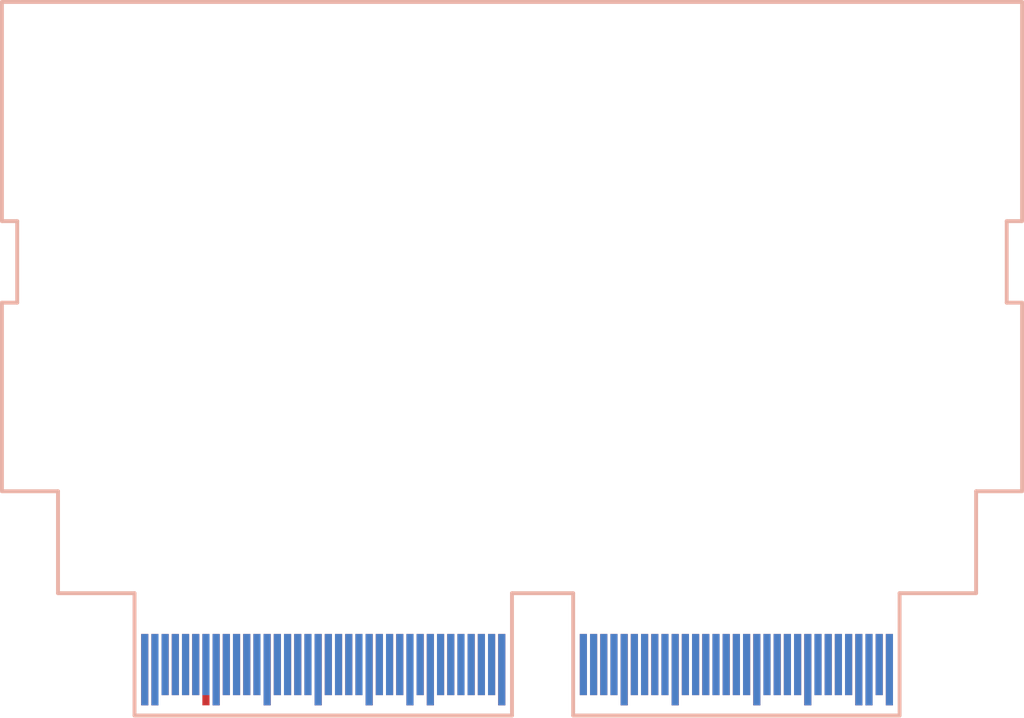
<source format=kicad_pcb>
(kicad_pcb (version 4) (host pcbnew "(after 2015-mar-04 BZR unknown)-product")

  (general
    (links 31)
    (no_connects 15)
    (area 25.593039 102.059739 127.048261 176.02454)
    (thickness 1.6002)
    (drawings 24)
    (tracks 0)
    (zones 0)
    (modules 1)
    (nets 42)
  )

  (page A4)
  (title_block
    (title "Sega Saturn USB Cartridge")
    (date "9 jun 2012")
    (rev 3)
    (company "Anders Montonen")
    (comment 1 www.iki.fi/Anders.Montonen/sega/usbcart/)
    (comment 2 "Distributed under the CC-BY-SA license")
    (comment 3 http://creativecommons.org/licenses/by-sa/3.0/)
  )

  (layers
    (0 Front signal)
    (31 Back signal)
    (32 B.Adhes user)
    (33 F.Adhes user)
    (34 B.Paste user)
    (35 F.Paste user)
    (36 B.SilkS user)
    (37 F.SilkS user)
    (38 B.Mask user)
    (39 F.Mask user)
    (40 Dwgs.User user)
    (41 Cmts.User user)
    (42 Eco1.User user)
    (43 Eco2.User user)
    (44 Edge.Cuts user)
  )

  (setup
    (last_trace_width 0.2032)
    (user_trace_width 0.4064)
    (user_trace_width 0.635)
    (user_trace_width 0.889)
    (trace_clearance 0.254)
    (zone_clearance 0.508)
    (zone_45_only no)
    (trace_min 0.2032)
    (segment_width 0.381)
    (edge_width 0.381)
    (via_size 0.889)
    (via_drill 0.381)
    (via_min_size 0.889)
    (via_min_drill 0.381)
    (uvia_size 0.508)
    (uvia_drill 0.127)
    (uvias_allowed no)
    (uvia_min_size 0.508)
    (uvia_min_drill 0.127)
    (pcb_text_width 0.3048)
    (pcb_text_size 1.524 2.032)
    (mod_edge_width 0.381)
    (mod_text_size 1.524 1.524)
    (mod_text_width 0.3048)
    (pad_size 0.71882 8.001)
    (pad_drill 0)
    (pad_to_mask_clearance 0.254)
    (aux_axis_origin 26.85796 172.2501)
    (grid_origin 26.85796 172.2501)
    (visible_elements 7FFFFFFF)
    (pcbplotparams
      (layerselection 0x00030_80000001)
      (usegerberextensions true)
      (excludeedgelayer true)
      (linewidth 0.150000)
      (plotframeref false)
      (viasonmask false)
      (mode 1)
      (useauxorigin false)
      (hpglpennumber 1)
      (hpglpenspeed 20)
      (hpglpendiameter 15)
      (hpglpenoverlay 0)
      (psnegative false)
      (psa4output false)
      (plotreference true)
      (plotvalue true)
      (plotinvisibletext false)
      (padsonsilk false)
      (subtractmaskfromsilk false)
      (outputformat 1)
      (mirror false)
      (drillshape 1)
      (scaleselection 1)
      (outputdirectory output/))
  )

  (net 0 "")
  (net 1 /A0)
  (net 2 /A1)
  (net 3 /A10)
  (net 4 /A11)
  (net 5 /A12)
  (net 6 /A13)
  (net 7 /A14)
  (net 8 /A15)
  (net 9 /A16)
  (net 10 /A2)
  (net 11 /A3)
  (net 12 /A4)
  (net 13 /A5)
  (net 14 /A6)
  (net 15 /A7)
  (net 16 /A8)
  (net 17 /A9)
  (net 18 /D0)
  (net 19 /D1)
  (net 20 /D10)
  (net 21 /D11)
  (net 22 /D12)
  (net 23 /D13)
  (net 24 /D14)
  (net 25 /D15)
  (net 26 /D2)
  (net 27 /D3)
  (net 28 /D4)
  (net 29 /D5)
  (net 30 /D6)
  (net 31 /D7)
  (net 32 /D8)
  (net 33 /D9)
  (net 34 AA18)
  (net 35 AA19)
  (net 36 AA20)
  (net 37 ACS0)
  (net 38 ARD)
  (net 39 AWR0)
  (net 40 GND)
  (net 41 VCC)

  (net_class Default "This is the default net class."
    (clearance 0.254)
    (trace_width 0.2032)
    (via_dia 0.889)
    (via_drill 0.381)
    (uvia_dia 0.508)
    (uvia_drill 0.127)
    (add_net /A0)
    (add_net /A1)
    (add_net /A10)
    (add_net /A11)
    (add_net /A12)
    (add_net /A13)
    (add_net /A14)
    (add_net /A15)
    (add_net /A16)
    (add_net /A2)
    (add_net /A3)
    (add_net /A4)
    (add_net /A5)
    (add_net /A6)
    (add_net /A7)
    (add_net /A8)
    (add_net /A9)
    (add_net /D0)
    (add_net /D1)
    (add_net /D10)
    (add_net /D11)
    (add_net /D12)
    (add_net /D13)
    (add_net /D14)
    (add_net /D15)
    (add_net /D2)
    (add_net /D3)
    (add_net /D4)
    (add_net /D5)
    (add_net /D6)
    (add_net /D7)
    (add_net /D8)
    (add_net /D9)
    (add_net AA18)
    (add_net AA19)
    (add_net AA20)
    (add_net ACS0)
    (add_net ARD)
    (add_net AWR0)
    (add_net GND)
    (add_net VCC)
  )

  (module libraries:CARTRIDGE_EDGE_CONNECTOR2 (layer Front) (tedit 5530BD77) (tstamp 4F77758C)
    (at 39.85514 172.2501)
    (path /4F6D37CD)
    (fp_text reference CN1 (at 17.55902 2.30124) (layer F.SilkS) hide
      (effects (font (thickness 0.3048)))
    )
    (fp_text value CARTRIDGE_EDGE_CONNECTOR (at 3.429 -10.2997) (layer F.SilkS) hide
      (effects (font (thickness 0.3048)))
    )
    (pad B1 smd rect (at 1.00076 -4.50088) (size 0.70104 7.00024) (layers Front F.Paste F.Mask)
      (net 41 VCC))
    (pad B2 smd rect (at 1.99898 -4.50088) (size 0.70104 7.00024) (layers Front F.Paste F.Mask)
      (net 41 VCC))
    (pad B3 smd rect (at 3 -5) (size 0.70104 5.99948) (layers Front F.Paste F.Mask))
    (pad B4 smd rect (at 4.0005 -5.00088) (size 0.70104 5.99948) (layers Front F.Paste F.Mask))
    (pad B5 smd rect (at 5.00126 -5.00088) (size 0.70104 5.99948) (layers Front F.Paste F.Mask))
    (pad B6 smd rect (at 5.99948 -5.00088) (size 0.70104 5.99948) (layers Front F.Paste F.Mask))
    (pad B7 smd rect (at 7 -4.5) (size 0.70104 7.00024) (layers Front F.Paste F.Mask)
      (net 40 GND))
    (pad B8 smd rect (at 8.001 -4.50088) (size 0.70104 7.00024) (layers Front F.Paste F.Mask)
      (net 40 GND))
    (pad B9 smd rect (at 8.99922 -5.00088) (size 0.70104 5.99948) (layers Front F.Paste F.Mask))
    (pad B10 smd rect (at 9.99998 -5.00088) (size 0.70104 5.99948) (layers Front F.Paste F.Mask))
    (pad B11 smd rect (at 11.00074 -5.00088) (size 0.70104 5.99948) (layers Front F.Paste F.Mask))
    (pad B12 smd rect (at 11.99896 -5.00088) (size 0.70104 5.99948) (layers Front F.Paste F.Mask))
    (pad B13 smd rect (at 12.99972 -4.50088) (size 0.70104 7.00024) (layers Front F.Paste F.Mask)
      (net 40 GND))
    (pad B14 smd rect (at 14.00048 -5.00088) (size 0.70104 5.99948) (layers Front F.Paste F.Mask))
    (pad B15 smd rect (at 15.00124 -5.00088) (size 0.70104 5.99948) (layers Front F.Paste F.Mask))
    (pad B16 smd rect (at 15.99946 -5.00088) (size 0.70104 5.99948) (layers Front F.Paste F.Mask))
    (pad B17 smd rect (at 17.00022 -5.00088) (size 0.70104 5.99948) (layers Front F.Paste F.Mask))
    (pad B18 smd rect (at 18.00098 -4.50088) (size 0.70104 7.00024) (layers Front F.Paste F.Mask)
      (net 40 GND))
    (pad B19 smd rect (at 18.9992 -5.00088) (size 0.70104 5.99948) (layers Front F.Paste F.Mask))
    (pad B20 smd rect (at 19.99996 -5.00088) (size 0.70104 5.99948) (layers Front F.Paste F.Mask))
    (pad B21 smd rect (at 21.00072 -5.00088) (size 0.70104 5.99948) (layers Front F.Paste F.Mask))
    (pad B22 smd rect (at 21.99894 -5.00088) (size 0.70104 5.99948) (layers Front F.Paste F.Mask))
    (pad B23 smd rect (at 22.9997 -4.50088) (size 0.70104 7.00024) (layers Front F.Paste F.Mask)
      (net 40 GND))
    (pad B24 smd rect (at 24.00046 -5.00088) (size 0.70104 5.99948) (layers Front F.Paste F.Mask))
    (pad B25 smd rect (at 25.00122 -5.00088) (size 0.70104 5.99948) (layers Front F.Paste F.Mask))
    (pad B26 smd rect (at 25.99944 -5.00088) (size 0.70104 5.99948) (layers Front F.Paste F.Mask))
    (pad B27 smd rect (at 27.0002 -4.50088) (size 0.70104 7.00024) (layers Front F.Paste F.Mask)
      (net 41 VCC))
    (pad B28 smd rect (at 28.00096 -5.00088) (size 0.70104 5.99948) (layers Front F.Paste F.Mask))
    (pad B29 smd rect (at 28.99918 -4.50088) (size 0.70104 7.00024) (layers Front F.Paste F.Mask)
      (net 40 GND))
    (pad B30 smd rect (at 29.99994 -5.00088) (size 0.70104 5.99948) (layers Front F.Paste F.Mask))
    (pad B31 smd rect (at 31.0007 -5.00088) (size 0.70104 5.99948) (layers Front F.Paste F.Mask))
    (pad B32 smd rect (at 31.99892 -5.00088) (size 0.70104 5.99948) (layers Front F.Paste F.Mask))
    (pad B33 smd rect (at 32.99968 -5.00088) (size 0.70104 5.99948) (layers Front F.Paste F.Mask)
      (net 35 AA19))
    (pad B34 smd rect (at 34.00044 -5.00088) (size 0.70104 5.99948) (layers Front F.Paste F.Mask))
    (pad B35 smd rect (at 35.0012 -5.00088) (size 0.70104 5.99948) (layers Front F.Paste F.Mask)
      (net 8 /A15))
    (pad B36 smd rect (at 35.99942 -4.50088) (size 0.70104 7.00024) (layers Front F.Paste F.Mask)
      (net 40 GND))
    (pad A1 smd rect (at 1.00076 -4.50088) (size 0.70104 7.00024) (layers Back F.Paste F.Mask)
      (net 41 VCC))
    (pad A2 smd rect (at 1.99898 -4.50088) (size 0.70104 7.00024) (layers Back F.Paste F.Mask)
      (net 41 VCC))
    (pad A3 smd rect (at 3 -5) (size 0.70104 5.99948) (layers Back F.Paste F.Mask))
    (pad A4 smd rect (at 4 -5) (size 0.70104 5.99948) (layers Back F.Paste F.Mask))
    (pad A5 smd rect (at 5.00126 -5.00088) (size 0.70104 5.99948) (layers Back F.Paste F.Mask))
    (pad A6 smd rect (at 5.99948 -5.00088) (size 0.70104 5.99948) (layers Back F.Paste F.Mask))
    (pad A7 smd rect (at 7.00024 -5.00088) (size 0.70104 5.99948) (layers Back F.Paste F.Mask))
    (pad A8 smd rect (at 8.001 -4.50088) (size 0.70104 7.00024) (layers Back F.Paste F.Mask)
      (net 40 GND))
    (pad A9 smd rect (at 8.99922 -5.00088) (size 0.70104 5.99948) (layers Back F.Paste F.Mask))
    (pad A10 smd rect (at 9.99998 -5.00088) (size 0.70104 5.99948) (layers Back F.Paste F.Mask))
    (pad A11 smd rect (at 11.00074 -5.00088) (size 0.70104 5.99948) (layers Back F.Paste F.Mask))
    (pad A12 smd rect (at 11.99896 -5.00088) (size 0.70104 5.99948) (layers Back F.Paste F.Mask))
    (pad A13 smd rect (at 12.99972 -4.50088) (size 0.70104 7.00024) (layers Back F.Paste F.Mask)
      (net 40 GND))
    (pad A14 smd rect (at 14.00048 -5.00088) (size 0.70104 5.99948) (layers Back F.Paste F.Mask))
    (pad A15 smd rect (at 15.00124 -5.00088) (size 0.70104 5.99948) (layers Back F.Paste F.Mask))
    (pad A16 smd rect (at 15.99946 -5.00088) (size 0.70104 5.99948) (layers Back F.Paste F.Mask))
    (pad A17 smd rect (at 17.00022 -5.00088) (size 0.70104 5.99948) (layers Back F.Paste F.Mask))
    (pad A18 smd rect (at 18.00098 -4.50088) (size 0.70104 7.00024) (layers Back F.Paste F.Mask)
      (net 40 GND))
    (pad A19 smd rect (at 18.9992 -5.00088) (size 0.70104 5.99948) (layers Back F.Paste F.Mask))
    (pad A20 smd rect (at 19.99996 -5.00088) (size 0.70104 5.99948) (layers Back F.Paste F.Mask))
    (pad A21 smd rect (at 21.00072 -5.00088) (size 0.70104 5.99948) (layers Back F.Paste F.Mask))
    (pad A22 smd rect (at 21.99894 -5.00088) (size 0.70104 5.99948) (layers Back F.Paste F.Mask))
    (pad A23 smd rect (at 22.9997 -4.50088) (size 0.70104 7.00024) (layers Back F.Paste F.Mask)
      (net 40 GND))
    (pad A24 smd rect (at 24.00046 -5.00088) (size 0.70104 5.99948) (layers Back F.Paste F.Mask))
    (pad A25 smd rect (at 25.00122 -5.00088) (size 0.70104 5.99948) (layers Back F.Paste F.Mask))
    (pad A26 smd rect (at 25.99944 -5.00088) (size 0.70104 5.99948) (layers Back F.Paste F.Mask))
    (pad A27 smd rect (at 27.0002 -4.50088) (size 0.70104 7.00024) (layers Back F.Paste F.Mask)
      (net 41 VCC))
    (pad A28 smd rect (at 28.00096 -5.00088) (size 0.70104 5.99948) (layers Back F.Paste F.Mask))
    (pad A29 smd rect (at 28.99918 -4.50088) (size 0.70104 7.00024) (layers Back F.Paste F.Mask)
      (net 40 GND))
    (pad A30 smd rect (at 29.99994 -5.00088) (size 0.70104 5.99948) (layers Back F.Paste F.Mask))
    (pad A31 smd rect (at 31.0007 -5.00088) (size 0.70104 5.99948) (layers Back F.Paste F.Mask))
    (pad A32 smd rect (at 31.99892 -5.00088) (size 0.70104 5.99948) (layers Back F.Paste F.Mask))
    (pad A33 smd rect (at 32.99968 -5.00088) (size 0.70104 5.99948) (layers Back F.Paste F.Mask)
      (net 36 AA20))
    (pad A34 smd rect (at 34.00044 -5.00088) (size 0.70104 5.99948) (layers Back F.Paste F.Mask)
      (net 34 AA18))
    (pad A35 smd rect (at 35.0012 -5.00088) (size 0.70104 5.99948) (layers Back F.Paste F.Mask)
      (net 9 /A16))
    (pad A36 smd rect (at 35.99942 -4.50088) (size 0.70104 7.00024) (layers Back F.Paste F.Mask)
      (net 40 GND))
    (pad A37 smd rect (at 44.00042 -5.00088) (size 0.70104 5.99948) (layers Back F.Paste F.Mask)
      (net 7 /A14))
    (pad A38 smd rect (at 45.00118 -5.00088) (size 0.70104 5.99948) (layers Back F.Paste F.Mask)
      (net 4 /A11))
    (pad A39 smd rect (at 45.9994 -5.00088) (size 0.70104 5.99948) (layers Back F.Paste F.Mask)
      (net 5 /A12))
    (pad A40 smd rect (at 47.00016 -5.00088) (size 0.70104 5.99948) (layers Back F.Paste F.Mask)
      (net 15 /A7))
    (pad A41 smd rect (at 48.00092 -4.50088) (size 0.70104 7.00024) (layers Back F.Paste F.Mask)
      (net 40 GND))
    (pad A42 smd rect (at 48.99914 -5.00088) (size 0.70104 5.99948) (layers Back F.Paste F.Mask)
      (net 16 /A8))
    (pad A43 smd rect (at 49.9999 -5.00088) (size 0.70104 5.99948) (layers Back F.Paste F.Mask)
      (net 3 /A10))
    (pad A44 smd rect (at 51.00066 -5.00088) (size 0.70104 5.99948) (layers Back F.Paste F.Mask)
      (net 17 /A9))
    (pad A45 smd rect (at 51.99888 -5.00088) (size 0.70104 5.99948) (layers Back F.Paste F.Mask)
      (net 1 /A0))
    (pad A46 smd rect (at 52.99964 -4.50088) (size 0.70104 7.00024) (layers Back F.Paste F.Mask)
      (net 40 GND))
    (pad A47 smd rect (at 54.0004 -5.00088) (size 0.70104 5.99948) (layers Back F.Paste F.Mask)
      (net 37 ACS0))
    (pad A48 smd rect (at 55.00116 -5.00088) (size 0.70104 5.99948) (layers Back F.Paste F.Mask))
    (pad A49 smd rect (at 55.99938 -5.00088) (size 0.70104 5.99948) (layers Back F.Paste F.Mask)
      (net 39 AWR0))
    (pad A50 smd rect (at 57.00014 -5.00088) (size 0.70104 5.99948) (layers Back F.Paste F.Mask))
    (pad A51 smd rect (at 58.0009 -5.00088) (size 0.70104 5.99948) (layers Back F.Paste F.Mask))
    (pad A52 smd rect (at 58.99912 -5.00088) (size 0.70104 5.99948) (layers Back F.Paste F.Mask))
    (pad A53 smd rect (at 59.99988 -5.00088) (size 0.70104 5.99948) (layers Back F.Paste F.Mask))
    (pad A54 smd rect (at 61.00064 -4.50088) (size 0.70104 7.00024) (layers Back F.Paste F.Mask)
      (net 40 GND))
    (pad A55 smd rect (at 61.99886 -5.00088) (size 0.70104 5.99948) (layers Back F.Paste F.Mask)
      (net 18 /D0))
    (pad A56 smd rect (at 62.99962 -5.00088) (size 0.70104 5.99948) (layers Back F.Paste F.Mask)
      (net 19 /D1))
    (pad A57 smd rect (at 64.00038 -5.00088) (size 0.70104 5.99948) (layers Back F.Paste F.Mask)
      (net 26 /D2))
    (pad A58 smd rect (at 65.00114 -5.00088) (size 0.70104 5.99948) (layers Back F.Paste F.Mask)
      (net 27 /D3))
    (pad A59 smd rect (at 65.99936 -4.50088) (size 0.70104 7.00024) (layers Back F.Paste F.Mask)
      (net 40 GND))
    (pad A60 smd rect (at 67.00012 -5.00088) (size 0.70104 5.99948) (layers Back F.Paste F.Mask)
      (net 32 /D8))
    (pad A61 smd rect (at 68.00088 -5.00088) (size 0.70104 5.99948) (layers Back F.Paste F.Mask)
      (net 33 /D9))
    (pad A62 smd rect (at 68.9991 -5.00088) (size 0.70104 5.99948) (layers Back F.Paste F.Mask)
      (net 20 /D10))
    (pad A63 smd rect (at 69.99986 -5.00088) (size 0.70104 5.99948) (layers Back F.Paste F.Mask)
      (net 21 /D11))
    (pad A64 smd rect (at 71.00062 -4.50088) (size 0.70104 7.00024) (layers Back F.Paste F.Mask)
      (net 40 GND))
    (pad A65 smd rect (at 71.99884 -4.50088) (size 0.70104 7.00024) (layers Back F.Paste F.Mask)
      (net 40 GND))
    (pad A66 smd rect (at 72.9996 -5.00088) (size 0.70104 5.99948) (layers Back F.Paste F.Mask))
    (pad A67 smd rect (at 74.00036 -4.50088) (size 0.70104 7.00024) (layers Back F.Paste F.Mask)
      (net 41 VCC))
    (pad B37 smd rect (at 44.00042 -5.00088) (size 0.70104 5.99948) (layers Front F.Paste F.Mask)
      (net 6 /A13))
    (pad B38 smd rect (at 45.00118 -5.00088) (size 0.70104 5.99948) (layers Front F.Paste F.Mask)
      (net 14 /A6))
    (pad B39 smd rect (at 45.9994 -5.00088) (size 0.70104 5.99948) (layers Front F.Paste F.Mask)
      (net 13 /A5))
    (pad B40 smd rect (at 47.00016 -5.00088) (size 0.70104 5.99948) (layers Front F.Paste F.Mask)
      (net 12 /A4))
    (pad B41 smd rect (at 48.00092 -4.50088) (size 0.70104 7.00024) (layers Front F.Paste F.Mask)
      (net 40 GND))
    (pad B42 smd rect (at 48.99914 -5.00088) (size 0.70104 5.99948) (layers Front F.Paste F.Mask)
      (net 11 /A3))
    (pad B43 smd rect (at 49.9999 -5.00088) (size 0.70104 5.99948) (layers Front F.Paste F.Mask)
      (net 10 /A2))
    (pad B44 smd rect (at 51.00066 -5.00088) (size 0.70104 5.99948) (layers Front F.Paste F.Mask)
      (net 2 /A1))
    (pad B45 smd rect (at 51.99888 -5.00088) (size 0.70104 5.99948) (layers Front F.Paste F.Mask))
    (pad B46 smd rect (at 52.99964 -4.50088) (size 0.70104 7.00024) (layers Front F.Paste F.Mask)
      (net 40 GND))
    (pad B47 smd rect (at 54.0004 -5.00088) (size 0.70104 5.99948) (layers Front F.Paste F.Mask)
      (net 38 ARD))
    (pad B48 smd rect (at 55.00116 -5.00088) (size 0.70104 5.99948) (layers Front F.Paste F.Mask))
    (pad B49 smd rect (at 55.99938 -5.00088) (size 0.70104 5.99948) (layers Front F.Paste F.Mask))
    (pad B50 smd rect (at 57.00014 -5.00088) (size 0.70104 5.99948) (layers Front F.Paste F.Mask))
    (pad B51 smd rect (at 58.0009 -5.00088) (size 0.70104 5.99948) (layers Front F.Paste F.Mask))
    (pad B52 smd rect (at 58.99912 -5.00088) (size 0.70104 5.99948) (layers Front F.Paste F.Mask))
    (pad B53 smd rect (at 59.99988 -5.00088) (size 0.70104 5.99948) (layers Front F.Paste F.Mask))
    (pad B54 smd rect (at 61.00064 -4.50088) (size 0.70104 7.00024) (layers Front F.Paste F.Mask)
      (net 40 GND))
    (pad B55 smd rect (at 61.99886 -5.00088) (size 0.70104 5.99948) (layers Front F.Paste F.Mask)
      (net 31 /D7))
    (pad B56 smd rect (at 62.99962 -5.00088) (size 0.70104 5.99948) (layers Front F.Paste F.Mask)
      (net 30 /D6))
    (pad B57 smd rect (at 64.00038 -5.00088) (size 0.70104 5.99948) (layers Front F.Paste F.Mask)
      (net 29 /D5))
    (pad B58 smd rect (at 65.00114 -5.00088) (size 0.70104 5.99948) (layers Front F.Paste F.Mask)
      (net 28 /D4))
    (pad B59 smd rect (at 65.99936 -4.50088) (size 0.70104 7.00024) (layers Front F.Paste F.Mask)
      (net 40 GND))
    (pad B60 smd rect (at 67.00012 -5.00088) (size 0.70104 5.99948) (layers Front F.Paste F.Mask)
      (net 25 /D15))
    (pad B61 smd rect (at 68.00088 -5.00088) (size 0.70104 5.99948) (layers Front F.Paste F.Mask)
      (net 24 /D14))
    (pad B62 smd rect (at 68.9991 -5.00088) (size 0.70104 5.99948) (layers Front F.Paste F.Mask)
      (net 23 /D13))
    (pad B63 smd rect (at 69.99986 -5.00088) (size 0.70104 5.99948) (layers Front F.Paste F.Mask)
      (net 22 /D12))
    (pad B64 smd rect (at 71.00062 -4.50088) (size 0.70104 7.00024) (layers Front F.Paste F.Mask)
      (net 40 GND))
    (pad B65 smd rect (at 71.99884 -4.50088) (size 0.70104 7.00024) (layers Front F.Paste F.Mask)
      (net 40 GND))
    (pad B66 smd rect (at 72.9996 -5.00088) (size 0.70104 5.99948) (layers Front F.Paste F.Mask))
    (pad B67 smd rect (at 74.00036 -4.50088) (size 0.70104 7.00024) (layers Front F.Paste F.Mask)
      (net 41 VCC))
  )

  (gr_line (start 126.85776 123.75134) (end 125.35662 123.75134) (angle 90) (layer B.SilkS) (width 0.381))
  (gr_line (start 126.85776 102.25024) (end 126.85776 123.75134) (angle 90) (layer B.SilkS) (width 0.381))
  (gr_line (start 26.85796 102.25024) (end 126.85776 102.25024) (angle 90) (layer B.SilkS) (width 0.381))
  (gr_line (start 126.85776 150.25116) (end 122.35688 150.25116) (angle 90) (layer B.SilkS) (width 0.381))
  (gr_line (start 125.35662 131.7498) (end 126.85776 131.7498) (angle 90) (layer B.SilkS) (width 0.381))
  (gr_line (start 126.85776 150.25116) (end 126.85776 131.7498) (angle 90) (layer B.SilkS) (width 0.381))
  (gr_line (start 26.85796 123.75134) (end 28.35656 123.75134) (angle 90) (layer B.SilkS) (width 0.381))
  (gr_line (start 26.85796 123.75134) (end 26.85796 102.25024) (angle 90) (layer B.SilkS) (width 0.381))
  (gr_line (start 26.85796 131.7498) (end 28.35656 131.7498) (angle 90) (layer B.SilkS) (width 0.381))
  (gr_line (start 26.85796 150.25116) (end 32.35706 150.25116) (angle 90) (layer B.SilkS) (width 0.381))
  (gr_line (start 26.85796 150.25116) (end 26.85796 131.7498) (angle 90) (layer B.SilkS) (width 0.381))
  (gr_line (start 39.85514 160.25114) (end 39.85514 172.2501) (angle 90) (layer B.SilkS) (width 0.381))
  (gr_line (start 32.35452 160.25114) (end 39.85514 160.25114) (angle 90) (layer B.SilkS) (width 0.381))
  (gr_line (start 32.35452 150.25116) (end 32.35452 160.25114) (angle 90) (layer B.SilkS) (width 0.381))
  (gr_line (start 28.35402 123.75134) (end 28.35402 131.7498) (angle 90) (layer B.SilkS) (width 0.381))
  (gr_line (start 125.35408 131.7498) (end 125.35408 123.75134) (angle 90) (layer B.SilkS) (width 0.381))
  (gr_line (start 122.35434 160.25114) (end 122.35434 150.25116) (angle 90) (layer B.SilkS) (width 0.381))
  (gr_line (start 114.85372 160.25114) (end 122.35434 160.25114) (angle 90) (layer B.SilkS) (width 0.381))
  (gr_line (start 114.85372 172.2501) (end 114.85372 160.25114) (angle 90) (layer B.SilkS) (width 0.381))
  (gr_line (start 82.8548 172.2501) (end 114.85372 172.2501) (angle 90) (layer B.SilkS) (width 0.381))
  (gr_line (start 82.8548 160.25114) (end 82.8548 172.2501) (angle 90) (layer B.SilkS) (width 0.381))
  (gr_line (start 76.85532 160.25114) (end 82.8548 160.25114) (angle 90) (layer B.SilkS) (width 0.381))
  (gr_line (start 76.85532 172.2501) (end 76.85532 160.25114) (angle 90) (layer B.SilkS) (width 0.381))
  (gr_line (start 39.85514 172.2501) (end 76.85532 172.2501) (angle 90) (layer B.SilkS) (width 0.381))

  (zone (net 0) (net_name "") (layer B.Mask) (tstamp 4F81C45D) (hatch edge 0.508)
    (connect_pads (clearance 0.508))
    (min_thickness 0.254)
    (fill (arc_segments 16) (thermal_gap 0.508) (thermal_bridge_width 0.508))
    (polygon
      (pts
        (xy 114.8588 172.2501) (xy 114.8588 164.00018) (xy 82.85734 164.00018) (xy 82.85734 172.2501)
      )
    )
    (filled_polygon
      (pts
        (xy 114.8588 172.2501) (xy 114.8588 164.00018) (xy 82.85734 164.00018) (xy 82.85734 172.2501)
      )
    )
  )
  (zone (net 0) (net_name "") (layer B.Mask) (tstamp 4F81C42C) (hatch edge 0.508)
    (connect_pads (clearance 0.508))
    (min_thickness 0.254)
    (fill (arc_segments 16) (thermal_gap 0.508) (thermal_bridge_width 0.508))
    (polygon
      (pts
        (xy 76.85786 172.2501) (xy 76.85786 164.00018) (xy 39.85768 164.00018) (xy 39.85768 172.2501)
      )
    )
    (filled_polygon
      (pts
        (xy 76.85786 172.2501) (xy 76.85786 164.00018) (xy 39.85768 164.00018) (xy 39.85768 172.2501)
      )
    )
  )
  (zone (net 0) (net_name "") (layer F.Mask) (tstamp 4F81C413) (hatch edge 0.508)
    (connect_pads (clearance 0.508))
    (min_thickness 0.254)
    (fill (arc_segments 16) (thermal_gap 0.508) (thermal_bridge_width 0.508))
    (polygon
      (pts
        (xy 76.85786 172.2501) (xy 76.85786 164.00018) (xy 39.85768 164.00018) (xy 39.85768 172.2501)
      )
    )
    (filled_polygon
      (pts
        (xy 76.85786 172.2501) (xy 76.85786 164.00018) (xy 39.85768 164.00018) (xy 39.85768 172.2501)
      )
    )
  )
  (zone (net 0) (net_name "") (layer F.Mask) (tstamp 4F81C3F0) (hatch edge 0.508)
    (connect_pads (clearance 0.508))
    (min_thickness 0.254)
    (fill (arc_segments 16) (thermal_gap 0.508) (thermal_bridge_width 0.508))
    (polygon
      (pts
        (xy 114.8588 172.2501) (xy 114.8588 164.00018) (xy 82.85734 164.00018) (xy 82.85734 172.2501)
      )
    )
    (filled_polygon
      (pts
        (xy 114.8588 172.2501) (xy 114.8588 164.00018) (xy 82.85734 164.00018) (xy 82.85734 172.2501)
      )
    )
  )
)

</source>
